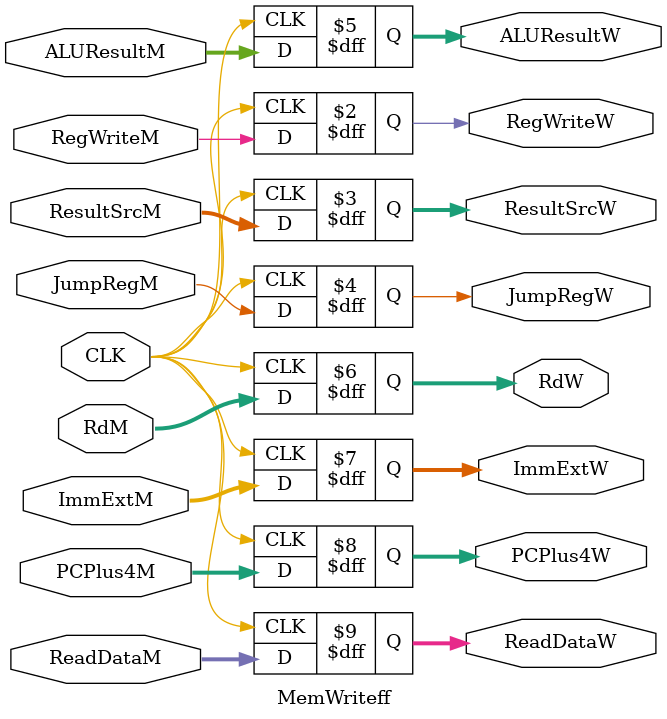
<source format=sv>
module MemWriteff #(
    parameter WIDTH = 32
)(
    input  logic             CLK,
    input  logic             RegWriteM,
    input  logic [1:0]       ResultSrcM,
    input  logic             JumpRegM,
    input  logic [WIDTH-1:0] ALUResultM,
    input  logic [11:7]      RdM,
    input  logic [WIDTH-1:0] ImmExtM,
    input  logic [WIDTH-1:0] PCPlus4M,
    input  logic [WIDTH-1:0] ReadDataM,
    output logic             RegWriteW,
    output logic [1:0]       ResultSrcW,
    output logic             JumpRegW,
    output logic [WIDTH-1:0] ALUResultW,
    output logic [11:7]      RdW,    
    output logic [WIDTH-1:0] ImmExtW,
    output logic [WIDTH-1:0] PCPlus4W,
    output logic [WIDTH-1:0] ReadDataW,

);

    always_ff @(posedge CLK) begin
        RegWriteW <= RegWriteM;
        ResultSrcW <=ResultSrcM;
        JumpRegW <= JumpRegM;
        ALUResultW <= ALUResultM;
        RdW <= RdM;
        ImmExtW <= ImmExtM;
        PCPlus4W <= PCPlus4M;
        ReadDataW <= ReadDataM;
    end

endmodule

</source>
